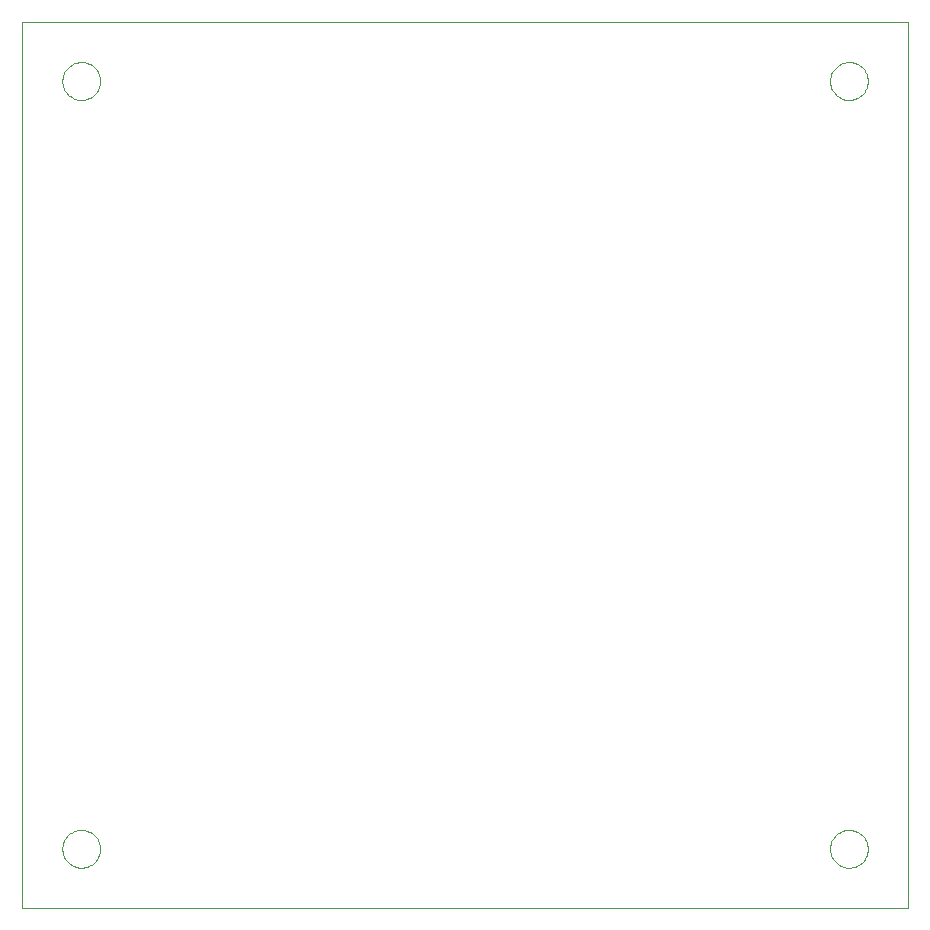
<source format=gbp>
G75*
G70*
%OFA0B0*%
%FSLAX24Y24*%
%IPPOS*%
%LPD*%
%AMOC8*
5,1,8,0,0,1.08239X$1,22.5*
%
%ADD10C,0.0000*%
D10*
X000637Y000574D02*
X030165Y000574D01*
X030165Y030101D01*
X000637Y030101D01*
X000637Y000574D01*
X001976Y002542D02*
X001978Y002592D01*
X001984Y002642D01*
X001994Y002691D01*
X002008Y002739D01*
X002025Y002786D01*
X002046Y002831D01*
X002071Y002875D01*
X002099Y002916D01*
X002131Y002955D01*
X002165Y002992D01*
X002202Y003026D01*
X002242Y003056D01*
X002284Y003083D01*
X002328Y003107D01*
X002374Y003128D01*
X002421Y003144D01*
X002469Y003157D01*
X002519Y003166D01*
X002568Y003171D01*
X002619Y003172D01*
X002669Y003169D01*
X002718Y003162D01*
X002767Y003151D01*
X002815Y003136D01*
X002861Y003118D01*
X002906Y003096D01*
X002949Y003070D01*
X002990Y003041D01*
X003029Y003009D01*
X003065Y002974D01*
X003097Y002936D01*
X003127Y002896D01*
X003154Y002853D01*
X003177Y002809D01*
X003196Y002763D01*
X003212Y002715D01*
X003224Y002666D01*
X003232Y002617D01*
X003236Y002567D01*
X003236Y002517D01*
X003232Y002467D01*
X003224Y002418D01*
X003212Y002369D01*
X003196Y002321D01*
X003177Y002275D01*
X003154Y002231D01*
X003127Y002188D01*
X003097Y002148D01*
X003065Y002110D01*
X003029Y002075D01*
X002990Y002043D01*
X002949Y002014D01*
X002906Y001988D01*
X002861Y001966D01*
X002815Y001948D01*
X002767Y001933D01*
X002718Y001922D01*
X002669Y001915D01*
X002619Y001912D01*
X002568Y001913D01*
X002519Y001918D01*
X002469Y001927D01*
X002421Y001940D01*
X002374Y001956D01*
X002328Y001977D01*
X002284Y002001D01*
X002242Y002028D01*
X002202Y002058D01*
X002165Y002092D01*
X002131Y002129D01*
X002099Y002168D01*
X002071Y002209D01*
X002046Y002253D01*
X002025Y002298D01*
X002008Y002345D01*
X001994Y002393D01*
X001984Y002442D01*
X001978Y002492D01*
X001976Y002542D01*
X001976Y028133D02*
X001978Y028183D01*
X001984Y028233D01*
X001994Y028282D01*
X002008Y028330D01*
X002025Y028377D01*
X002046Y028422D01*
X002071Y028466D01*
X002099Y028507D01*
X002131Y028546D01*
X002165Y028583D01*
X002202Y028617D01*
X002242Y028647D01*
X002284Y028674D01*
X002328Y028698D01*
X002374Y028719D01*
X002421Y028735D01*
X002469Y028748D01*
X002519Y028757D01*
X002568Y028762D01*
X002619Y028763D01*
X002669Y028760D01*
X002718Y028753D01*
X002767Y028742D01*
X002815Y028727D01*
X002861Y028709D01*
X002906Y028687D01*
X002949Y028661D01*
X002990Y028632D01*
X003029Y028600D01*
X003065Y028565D01*
X003097Y028527D01*
X003127Y028487D01*
X003154Y028444D01*
X003177Y028400D01*
X003196Y028354D01*
X003212Y028306D01*
X003224Y028257D01*
X003232Y028208D01*
X003236Y028158D01*
X003236Y028108D01*
X003232Y028058D01*
X003224Y028009D01*
X003212Y027960D01*
X003196Y027912D01*
X003177Y027866D01*
X003154Y027822D01*
X003127Y027779D01*
X003097Y027739D01*
X003065Y027701D01*
X003029Y027666D01*
X002990Y027634D01*
X002949Y027605D01*
X002906Y027579D01*
X002861Y027557D01*
X002815Y027539D01*
X002767Y027524D01*
X002718Y027513D01*
X002669Y027506D01*
X002619Y027503D01*
X002568Y027504D01*
X002519Y027509D01*
X002469Y027518D01*
X002421Y027531D01*
X002374Y027547D01*
X002328Y027568D01*
X002284Y027592D01*
X002242Y027619D01*
X002202Y027649D01*
X002165Y027683D01*
X002131Y027720D01*
X002099Y027759D01*
X002071Y027800D01*
X002046Y027844D01*
X002025Y027889D01*
X002008Y027936D01*
X001994Y027984D01*
X001984Y028033D01*
X001978Y028083D01*
X001976Y028133D01*
X027566Y028133D02*
X027568Y028183D01*
X027574Y028233D01*
X027584Y028282D01*
X027598Y028330D01*
X027615Y028377D01*
X027636Y028422D01*
X027661Y028466D01*
X027689Y028507D01*
X027721Y028546D01*
X027755Y028583D01*
X027792Y028617D01*
X027832Y028647D01*
X027874Y028674D01*
X027918Y028698D01*
X027964Y028719D01*
X028011Y028735D01*
X028059Y028748D01*
X028109Y028757D01*
X028158Y028762D01*
X028209Y028763D01*
X028259Y028760D01*
X028308Y028753D01*
X028357Y028742D01*
X028405Y028727D01*
X028451Y028709D01*
X028496Y028687D01*
X028539Y028661D01*
X028580Y028632D01*
X028619Y028600D01*
X028655Y028565D01*
X028687Y028527D01*
X028717Y028487D01*
X028744Y028444D01*
X028767Y028400D01*
X028786Y028354D01*
X028802Y028306D01*
X028814Y028257D01*
X028822Y028208D01*
X028826Y028158D01*
X028826Y028108D01*
X028822Y028058D01*
X028814Y028009D01*
X028802Y027960D01*
X028786Y027912D01*
X028767Y027866D01*
X028744Y027822D01*
X028717Y027779D01*
X028687Y027739D01*
X028655Y027701D01*
X028619Y027666D01*
X028580Y027634D01*
X028539Y027605D01*
X028496Y027579D01*
X028451Y027557D01*
X028405Y027539D01*
X028357Y027524D01*
X028308Y027513D01*
X028259Y027506D01*
X028209Y027503D01*
X028158Y027504D01*
X028109Y027509D01*
X028059Y027518D01*
X028011Y027531D01*
X027964Y027547D01*
X027918Y027568D01*
X027874Y027592D01*
X027832Y027619D01*
X027792Y027649D01*
X027755Y027683D01*
X027721Y027720D01*
X027689Y027759D01*
X027661Y027800D01*
X027636Y027844D01*
X027615Y027889D01*
X027598Y027936D01*
X027584Y027984D01*
X027574Y028033D01*
X027568Y028083D01*
X027566Y028133D01*
X027566Y002542D02*
X027568Y002592D01*
X027574Y002642D01*
X027584Y002691D01*
X027598Y002739D01*
X027615Y002786D01*
X027636Y002831D01*
X027661Y002875D01*
X027689Y002916D01*
X027721Y002955D01*
X027755Y002992D01*
X027792Y003026D01*
X027832Y003056D01*
X027874Y003083D01*
X027918Y003107D01*
X027964Y003128D01*
X028011Y003144D01*
X028059Y003157D01*
X028109Y003166D01*
X028158Y003171D01*
X028209Y003172D01*
X028259Y003169D01*
X028308Y003162D01*
X028357Y003151D01*
X028405Y003136D01*
X028451Y003118D01*
X028496Y003096D01*
X028539Y003070D01*
X028580Y003041D01*
X028619Y003009D01*
X028655Y002974D01*
X028687Y002936D01*
X028717Y002896D01*
X028744Y002853D01*
X028767Y002809D01*
X028786Y002763D01*
X028802Y002715D01*
X028814Y002666D01*
X028822Y002617D01*
X028826Y002567D01*
X028826Y002517D01*
X028822Y002467D01*
X028814Y002418D01*
X028802Y002369D01*
X028786Y002321D01*
X028767Y002275D01*
X028744Y002231D01*
X028717Y002188D01*
X028687Y002148D01*
X028655Y002110D01*
X028619Y002075D01*
X028580Y002043D01*
X028539Y002014D01*
X028496Y001988D01*
X028451Y001966D01*
X028405Y001948D01*
X028357Y001933D01*
X028308Y001922D01*
X028259Y001915D01*
X028209Y001912D01*
X028158Y001913D01*
X028109Y001918D01*
X028059Y001927D01*
X028011Y001940D01*
X027964Y001956D01*
X027918Y001977D01*
X027874Y002001D01*
X027832Y002028D01*
X027792Y002058D01*
X027755Y002092D01*
X027721Y002129D01*
X027689Y002168D01*
X027661Y002209D01*
X027636Y002253D01*
X027615Y002298D01*
X027598Y002345D01*
X027584Y002393D01*
X027574Y002442D01*
X027568Y002492D01*
X027566Y002542D01*
M02*

</source>
